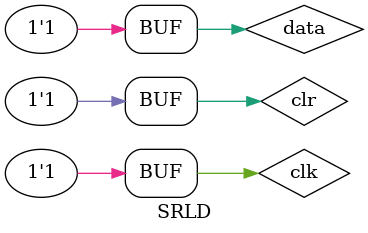
<source format=v>


`include "dff.v"
module SRLD;

reg data, clk, clr;
wire a, b, c, d,e,f,g,h;

dff d1 (d, e, data, clk, clr);
dff d2 (c, f, d, clk, clr);
dff d3 (b, g, c, clk, clr);
dff d4 (a, h, b, clk, clr);

initial begin
$display ("guia08 01");
$display ("test SRL com carga unitária");
//data=0; clk=0; clr=1;
$display ("a , b,  c, d" );
$monitor ("%b , %b , %b , %b", a, b, c, d);
#1 data=0; clk=0; clr=1;
#1 data=0; clk=1; clr=1;
#1 data=1; clk=0; clr=1;
#1 data=1; clk=1; clr=1;
#1 data=0; clk=0; clr=1;
#1 data=0; clk=1; clr=1;
#1 data=1; clk=0; clr=1;
#1 data=1; clk=1; clr=1;
#1 data=0; clk=0; clr=1;
#1 data=1; clk=1; clr=1;
#1 data=1; clk=0; clr=1;
#1 data=1; clk=1; clr=1;
#1 data=0; clk=0; clr=1;
#1 data=1; clk=1; clr=1;
#1 data=1; clk=0; clr=1;
#1 data=1; clk=1; clr=1;

end
endmodule





</source>
